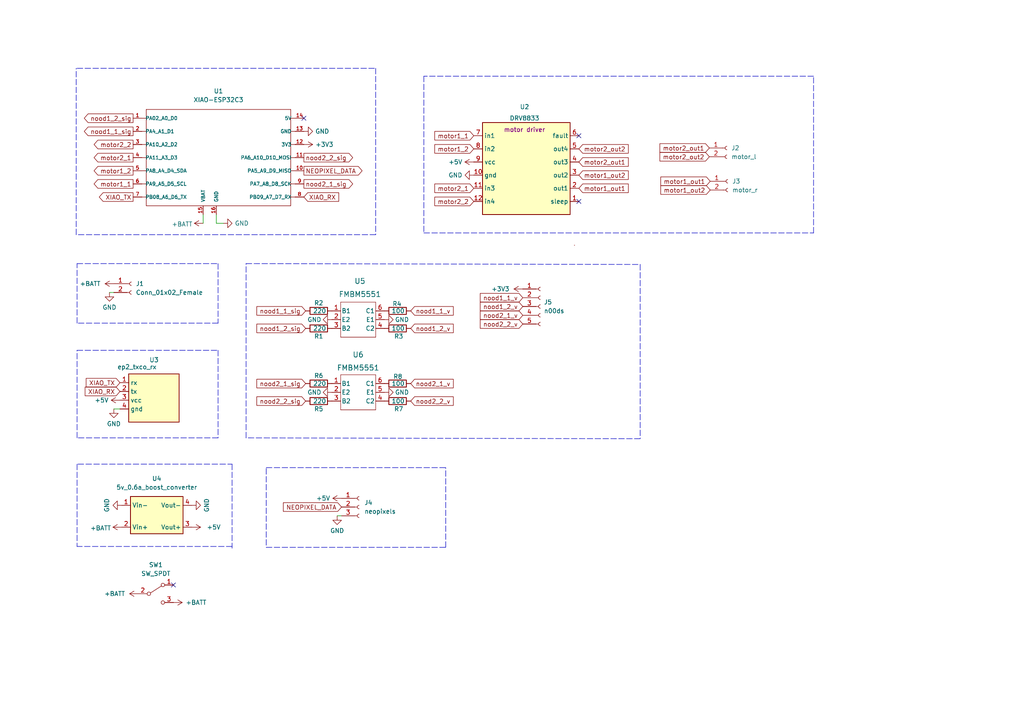
<source format=kicad_sch>
(kicad_sch (version 20211123) (generator eeschema)
  (paper "A4")
  (lib_symbols
    (symbol "Connector:Conn_01x02_Female" (pin_names (offset 1.016) hide)
      (property "Reference" "J" (at 0 2.54 0))
      (property "Value" "Conn_01x02_Female" (at 0 -5.08 0))
      (symbol "Conn_01x02_Female_1_1"
        (arc (start 0 -2.032) (mid -0.508 -2.54) (end 0 -3.048) (stroke (width 0.1524)))
        (polyline (pts (xy -1.27 -2.54) (xy -0.508 -2.54)) (stroke (width 0.1524)))
        (polyline (pts (xy -1.27 0) (xy -0.508 0)) (stroke (width 0.1524)))
        (arc (start 0 0.508) (mid -0.508 0) (end 0 -0.508) (stroke (width 0.1524)))
        (pin passive line (at -5.08 0 0) (length 3.81) (name "Pin_1") (number "1"))
        (pin passive line (at -5.08 -2.54 0) (length 3.81) (name "Pin_2") (number "2"))
      )
    )
    (symbol "Connector:Conn_01x03_Female" (pin_names (offset 1.016) hide)
      (property "Reference" "J" (at 0 5.08 0))
      (property "Value" "Conn_01x03_Female" (at 0 -5.08 0))
      (symbol "Conn_01x03_Female_1_1"
        (arc (start 0 -2.032) (mid -0.508 -2.54) (end 0 -3.048) (stroke (width 0.1524)))
        (polyline (pts (xy -1.27 -2.54) (xy -0.508 -2.54)) (stroke (width 0.1524)))
        (polyline (pts (xy -1.27 0) (xy -0.508 0)) (stroke (width 0.1524)))
        (polyline (pts (xy -1.27 2.54) (xy -0.508 2.54)) (stroke (width 0.1524)))
        (arc (start 0 0.508) (mid -0.508 0) (end 0 -0.508) (stroke (width 0.1524)))
        (arc (start 0 3.048) (mid -0.508 2.54) (end 0 2.032) (stroke (width 0.1524)))
        (pin passive line (at -5.08 2.54 0) (length 3.81) (name "Pin_1") (number "1"))
        (pin passive line (at -5.08 0 0) (length 3.81) (name "Pin_2") (number "2"))
        (pin passive line (at -5.08 -2.54 0) (length 3.81) (name "Pin_3") (number "3"))
      )
    )
    (symbol "Connector:Conn_01x05_Female" (pin_names (offset 1.016) hide)
      (property "Reference" "J" (at 0 7.62 0))
      (property "Value" "Conn_01x05_Female" (at 0 -7.62 0))
      (symbol "Conn_01x05_Female_1_1"
        (arc (start 0 -4.572) (mid -0.508 -5.08) (end 0 -5.588) (stroke (width 0.1524)))
        (arc (start 0 -2.032) (mid -0.508 -2.54) (end 0 -3.048) (stroke (width 0.1524)))
        (polyline (pts (xy -1.27 -5.08) (xy -0.508 -5.08)) (stroke (width 0.1524)))
        (polyline (pts (xy -1.27 -2.54) (xy -0.508 -2.54)) (stroke (width 0.1524)))
        (polyline (pts (xy -1.27 0) (xy -0.508 0)) (stroke (width 0.1524)))
        (polyline (pts (xy -1.27 2.54) (xy -0.508 2.54)) (stroke (width 0.1524)))
        (polyline (pts (xy -1.27 5.08) (xy -0.508 5.08)) (stroke (width 0.1524)))
        (arc (start 0 0.508) (mid -0.508 0) (end 0 -0.508) (stroke (width 0.1524)))
        (arc (start 0 3.048) (mid -0.508 2.54) (end 0 2.032) (stroke (width 0.1524)))
        (arc (start 0 5.588) (mid -0.508 5.08) (end 0 4.572) (stroke (width 0.1524)))
        (pin passive line (at -5.08 5.08 0) (length 3.81) (name "Pin_1") (number "1"))
        (pin passive line (at -5.08 2.54 0) (length 3.81) (name "Pin_2") (number "2"))
        (pin passive line (at -5.08 0 0) (length 3.81) (name "Pin_3") (number "3"))
        (pin passive line (at -5.08 -2.54 0) (length 3.81) (name "Pin_4") (number "4"))
        (pin passive line (at -5.08 -5.08 0) (length 3.81) (name "Pin_5") (number "5"))
      )
    )
    (symbol "Device:R" (pin_numbers hide) (pin_names (offset 0))
      (property "Reference" "R" (at 2.032 0 90))
      (property "Value" "R" (at 0 0 90))
      (symbol "R_0_1"
        (rectangle (start -1.016 -2.54) (end 1.016 2.54) (stroke (width 0.254)))
      )
      (symbol "R_1_1"
        (pin passive line (at 0 3.81 270) (length 1.27) (name "~") (number "1"))
        (pin passive line (at 0 -3.81 90) (length 1.27) (name "~") (number "2"))
      )
    )
    (symbol "FMBM5551_1" (pin_names (offset 0.254))
      (property "Reference" "U6" (at 0 4.572 0))
      (property "Value" "FMBM5551" (at 0 0.762 0))
      (symbol "FMBM5551_1_0_1"
        (polyline (pts (xy -5.08 -11.43) (xy 5.08 -11.43)) (fill (type background)))
        (polyline (pts (xy -5.08 -1.27) (xy -5.08 -11.43)) (stroke (width 0.127)))
        (polyline (pts (xy 5.08 -11.43) (xy 5.08 -1.27)) (stroke (width 0.127)))
        (polyline (pts (xy 5.08 -1.27) (xy -5.08 -1.27)) (stroke (width 0.127)))
        (pin bidirectional line (at -7.62 -3.81 0) (length 2.54) (name "B1") (number "1"))
        (pin power_in line (at -7.62 -6.35 0) (length 2.54) (name "E2") (number "2"))
        (pin bidirectional line (at -7.62 -8.89 0) (length 2.54) (name "B2") (number "3"))
        (pin bidirectional line (at 7.62 -8.89 180) (length 2.54) (name "C2") (number "4"))
        (pin power_in line (at 7.62 -6.35 180) (length 2.54) (name "E1") (number "5"))
        (pin bidirectional line (at 7.62 -3.81 180) (length 2.54) (name "C1") (number "6"))
      )
    )
    (symbol "Switch:SW_SPDT" (pin_names (offset 0) hide)
      (property "Reference" "SW" (at 0 4.318 0))
      (property "Value" "SW_SPDT" (at 0 -5.08 0))
      (symbol "SW_SPDT_0_0"
        (circle (center -2.032 0) (radius 0.508))
        (circle (center 2.032 -2.54) (radius 0.508))
      )
      (symbol "SW_SPDT_0_1"
        (polyline (pts (xy -1.524 0.254) (xy 1.651 2.286)))
        (circle (center 2.032 2.54) (radius 0.508))
      )
      (symbol "SW_SPDT_1_1"
        (pin passive line (at 5.08 2.54 180) (length 2.54) (name "A") (number "1"))
        (pin passive line (at -5.08 0 0) (length 2.54) (name "B") (number "2"))
        (pin passive line (at 5.08 -2.54 180) (length 2.54) (name "C") (number "3"))
      )
    )
    (symbol "haribo_kimchi_boards:5v_0.6a_boost_converter"
      (property "Reference" "U4" (at 0 3.302 0))
      (property "Value" "5v_0.6a_boost_converter" (at 0 0.762 0))
      (symbol "5v_0.6a_boost_converter_0_1"
        (rectangle (start -7.62 -1.905) (end 7.62 -12.7) (stroke (width 0.254)) (fill (type background)))
      )
      (symbol "5v_0.6a_boost_converter_1_1"
        (pin power_in line (at -10.16 -4.445 0) (length 2.54) (name "Vin-") (number "1"))
        (pin power_in line (at -10.16 -10.795 0) (length 2.54) (name "Vin+") (number "2"))
        (pin output line (at 10.16 -10.795 180) (length 2.54) (name "Vout+") (number "3"))
        (pin power_in line (at 10.16 -4.445 180) (length 2.54) (name "Vout-") (number "4"))
      )
    )
    (symbol "haribo_kimchi_boards:DRV8833_breakout"
      (property "Reference" "U2" (at 0 6.35 0))
      (property "Value" "DRV8833_breakout" (at 0.635 3.175 0))
      (symbol "DRV8833_breakout_0_0"
        (rectangle (start -13.97 6.35) (end -13.97 6.35))
        (rectangle (start -13.97 6.35) (end -13.97 6.35))
        (rectangle (start -13.97 6.35) (end -13.97 6.35))
      )
      (symbol "DRV8833_breakout_0_1"
        (rectangle (start -12.7 -2.54) (end 12.7 -29.21) (stroke (width 0.254)) (fill (type background)))
      )
      (symbol "DRV8833_breakout_1_1"
        (pin input line (at -15.24 -6.35 0) (length 2.54) (name "sleep") (number "1"))
        (pin power_in line (at 15.24 -13.97 180) (length 2.54) (name "gnd") (number "10"))
        (pin input line (at 15.24 -10.16 180) (length 2.54) (name "in3") (number "11"))
        (pin input line (at 15.24 -6.35 180) (length 2.54) (name "in4") (number "12"))
        (pin output line (at -15.24 -10.16 0) (length 2.54) (name "out1") (number "2"))
        (pin output line (at -15.24 -13.97 0) (length 2.54) (name "out2") (number "3"))
        (pin output line (at -15.24 -17.78 0) (length 2.54) (name "out3") (number "4"))
        (pin output line (at -15.24 -21.59 0) (length 2.54) (name "out4") (number "5"))
        (pin output line (at -15.24 -25.4 0) (length 2.54) (name "fault") (number "6"))
        (pin input line (at 15.24 -25.4 180) (length 2.54) (name "in1") (number "7"))
        (pin input line (at 15.24 -21.59 180) (length 2.54) (name "in2") (number "8"))
        (pin power_in line (at 15.24 -17.78 180) (length 2.54) (name "vcc") (number "9"))
      )
    )
    (symbol "haribo_kimchi_boards:happymodel_ep1_txco_rx"
      (property "Reference" "U3" (at -1.016 1.524 0))
      (property "Value" "happymodel_ep1_txco_rx" (at -10.287 -0.508 0))
      (symbol "happymodel_ep1_txco_rx_0_1"
        (rectangle (start -6.985 -2.54) (end 7.62 -16.51) (stroke (width 0.254)) (fill (type background)))
      )
      (symbol "happymodel_ep1_txco_rx_1_1"
        (pin input line (at -9.525 -5.08 0) (length 2.54) (name "rx") (number "1"))
        (pin output line (at -9.525 -7.62 0) (length 2.54) (name "tx") (number "2"))
        (pin power_in line (at -9.525 -10.16 0) (length 2.54) (name "vcc") (number "3"))
        (pin power_in line (at -9.525 -12.7 0) (length 2.54) (name "gnd") (number "4"))
      )
    )
    (symbol "onsemi_FMBM5551:FMBM5551" (pin_names (offset 0.254))
      (property "Reference" "U5" (at 0.508 4.826 0))
      (property "Value" "FMBM5551" (at 0.508 1.016 0))
      (symbol "FMBM5551_0_1"
        (polyline (pts (xy -5.08 -11.43) (xy 5.08 -11.43)) (fill (type background)))
        (polyline (pts (xy -5.08 -1.27) (xy -5.08 -11.43)) (stroke (width 0.127)))
        (polyline (pts (xy 5.08 -11.43) (xy 5.08 -1.27)) (stroke (width 0.127)))
        (polyline (pts (xy 5.08 -1.27) (xy -5.08 -1.27)) (stroke (width 0.127)))
        (pin bidirectional line (at -7.62 -3.81 0) (length 2.54) (name "B1") (number "1"))
        (pin power_in line (at -7.62 -6.35 0) (length 2.54) (name "E2") (number "2"))
        (pin bidirectional line (at -7.62 -8.89 0) (length 2.54) (name "B2") (number "3"))
        (pin bidirectional line (at 7.62 -8.89 180) (length 2.54) (name "C2") (number "4"))
        (pin power_in line (at 7.62 -6.35 180) (length 2.54) (name "E1") (number "5"))
        (pin bidirectional line (at 7.62 -3.81 180) (length 2.54) (name "C1") (number "6"))
      )
    )
    (symbol "power:+3.3V" (power) (pin_names (offset 0))
      (property "Value" "+3.3V" (at 0 3.556 0))
      (symbol "+3.3V_0_1"
        (polyline (pts (xy -0.762 1.27) (xy 0 2.54)))
        (polyline (pts (xy 0 0) (xy 0 2.54)))
        (polyline (pts (xy 0 2.54) (xy 0.762 1.27)))
      )
      (symbol "+3.3V_1_1"
        (pin power_in line (at 0 0 90) (length 0) hide (name "+3V3") (number "1"))
      )
    )
    (symbol "power:+5V" (power) (pin_names (offset 0))
      (property "Value" "+5V" (at 0 3.556 0))
      (symbol "+5V_0_1"
        (polyline (pts (xy -0.762 1.27) (xy 0 2.54)))
        (polyline (pts (xy 0 0) (xy 0 2.54)))
        (polyline (pts (xy 0 2.54) (xy 0.762 1.27)))
      )
      (symbol "+5V_1_1"
        (pin power_in line (at 0 0 90) (length 0) hide (name "+5V") (number "1"))
      )
    )
    (symbol "power:+BATT" (power) (pin_names (offset 0))
      (property "Value" "+BATT" (at 0 3.556 0))
      (symbol "+BATT_0_1"
        (polyline (pts (xy -0.762 1.27) (xy 0 2.54)))
        (polyline (pts (xy 0 0) (xy 0 2.54)))
        (polyline (pts (xy 0 2.54) (xy 0.762 1.27)))
      )
      (symbol "+BATT_1_1"
        (pin power_in line (at 0 0 90) (length 0) hide (name "+BATT") (number "1"))
      )
    )
    (symbol "power:GND" (power) (pin_names (offset 0))
      (property "Value" "GND" (at 0 -3.81 0))
      (symbol "GND_0_1"
        (polyline (pts (xy 0 0) (xy 0 -1.27) (xy 1.27 -1.27) (xy 0 -2.54) (xy -1.27 -1.27) (xy 0 -1.27)))
      )
      (symbol "GND_1_1"
        (pin power_in line (at 0 0 270) (length 0) hide (name "GND") (number "1"))
      )
    )
    (symbol "xiao esp32c3:MOUDLE-SEEEDUINO-XIAO-ESP32C3" (pin_names (offset 1.016))
      (property "Reference" "U" (at -0.635 19.05 0))
      (property "Value" "MOUDLE-SEEEDUINO-XIAO-ESP32C3" (at -18.415 14.605 0))
      (symbol "MOUDLE-SEEEDUINO-XIAO-ESP32C3_0_0"
        (polyline (pts (xy -21.59 -13.97) (xy -21.59 0)) (stroke (width 0.1524)))
        (polyline (pts (xy -21.59 -11.43) (xy -22.86 -11.43)) (stroke (width 0.1524)))
        (polyline (pts (xy -21.59 -7.62) (xy -22.86 -7.62)) (stroke (width 0.1524)))
        (polyline (pts (xy -21.59 -3.81) (xy -22.86 -3.81)) (stroke (width 0.1524)))
        (polyline (pts (xy -21.59 0) (xy -22.86 0)) (stroke (width 0.1524)))
        (polyline (pts (xy -21.59 0) (xy -21.59 3.81)) (stroke (width 0.1524)))
        (polyline (pts (xy -21.59 3.81) (xy -22.86 3.81)) (stroke (width 0.1524)))
        (polyline (pts (xy -21.59 3.81) (xy -21.59 7.62)) (stroke (width 0.1524)))
        (polyline (pts (xy -21.59 7.62) (xy -22.86 7.62)) (stroke (width 0.1524)))
        (polyline (pts (xy -21.59 7.62) (xy -21.59 11.43)) (stroke (width 0.1524)))
        (polyline (pts (xy -21.59 11.43) (xy -22.86 11.43)) (stroke (width 0.1524)))
        (polyline (pts (xy -21.59 11.43) (xy -21.59 13.97)) (stroke (width 0.1524)))
        (polyline (pts (xy -21.59 13.97) (xy 20.32 13.97)) (stroke (width 0.1524)))
        (polyline (pts (xy 20.32 -13.97) (xy -21.59 -13.97)) (stroke (width 0.1524)))
        (polyline (pts (xy 20.32 3.81) (xy 20.32 -13.97)) (stroke (width 0.1524)))
        (polyline (pts (xy 20.32 7.62) (xy 20.32 3.81)) (stroke (width 0.1524)))
        (polyline (pts (xy 20.32 11.43) (xy 20.32 7.62)) (stroke (width 0.1524)))
        (polyline (pts (xy 20.32 13.97) (xy 20.32 11.43)) (stroke (width 0.1524)))
        (polyline (pts (xy 21.59 -11.43) (xy 20.32 -11.43)) (stroke (width 0.1524)))
        (polyline (pts (xy 21.59 -7.62) (xy 20.32 -7.62)) (stroke (width 0.1524)))
        (polyline (pts (xy 21.59 -3.81) (xy 20.32 -3.81)) (stroke (width 0.1524)))
        (polyline (pts (xy 21.59 0) (xy 20.32 0)) (stroke (width 0.1524)))
        (polyline (pts (xy 21.59 3.81) (xy 20.32 3.81)) (stroke (width 0.1524)))
        (polyline (pts (xy 21.59 7.62) (xy 20.32 7.62)) (stroke (width 0.1524)))
        (polyline (pts (xy 21.59 11.43) (xy 20.32 11.43)) (stroke (width 0.1524)))
        (pin bidirectional line (at -25.4 11.43 0) (length 2.54) (name "PA02_A0_D0") (number "1"))
        (pin bidirectional line (at 24.13 -3.81 180) (length 2.54) (name "PA5_A9_D9_MISO") (number "10"))
        (pin bidirectional line (at 24.13 0 180) (length 2.54) (name "PA6_A10_D10_MOSI") (number "11"))
        (pin power_out line (at 24.13 3.81 180) (length 2.54) (name "3V3") (number "12"))
        (pin power_in line (at 24.13 7.62 180) (length 2.54) (name "GND") (number "13"))
        (pin power_out line (at 24.13 11.43 180) (length 2.54) (name "5V") (number "14"))
        (pin power_in line (at -5.08 -16.51 90) (length 2.54) (name "VBAT") (number "15"))
        (pin power_in line (at -1.27 -16.51 90) (length 2.54) (name "GND") (number "16"))
        (pin bidirectional line (at -25.4 7.62 0) (length 2.54) (name "PA4_A1_D1") (number "2"))
        (pin bidirectional line (at -25.4 3.81 0) (length 2.54) (name "PA10_A2_D2") (number "3"))
        (pin bidirectional line (at -25.4 0 0) (length 2.54) (name "PA11_A3_D3") (number "4"))
        (pin bidirectional line (at -25.4 -3.81 0) (length 2.54) (name "PA8_A4_D4_SDA") (number "5"))
        (pin bidirectional line (at -25.4 -7.62 0) (length 2.54) (name "PA9_A5_D5_SCL") (number "6"))
        (pin bidirectional line (at -25.4 -11.43 0) (length 2.54) (name "PB08_A6_D6_TX") (number "7"))
        (pin bidirectional line (at 24.13 -11.43 180) (length 2.54) (name "PB09_A7_D7_RX") (number "8"))
        (pin bidirectional line (at 24.13 -7.62 180) (length 2.54) (name "PA7_A8_D8_SCK") (number "9"))
      )
    )
  )
  (no_connect (at 50.292 169.672))
  (no_connect (at 167.894 39.37))
  (no_connect (at 167.894 58.42))
  (no_connect (at 88.138 34.29))
  (polyline (pts (xy 22.352 127) (xy 22.352 101.6)))
  (polyline (pts (xy 22.606 134.62) (xy 67.31 134.62)))
  (polyline (pts (xy 71.374 127) (xy 71.374 76.454)))
  (polyline (pts (xy 235.966 67.564) (xy 235.966 22.098)))
  (polyline (pts (xy 77.216 158.75) (xy 129.286 158.75)))
  (polyline (pts (xy 235.966 22.098) (xy 122.936 22.098)))
  (wire (pts (xy 33.02 118.618) (xy 34.798 118.618)))
  (polyline (pts (xy 22.352 101.6) (xy 63.246 101.6)))
  (polyline (pts (xy 67.31 134.62) (xy 67.31 159.004)))
  (wire (pts (xy 31.75 84.836) (xy 33.02 84.836)))
  (polyline (pts (xy 63.246 76.454) (xy 63.246 93.726)))
  (polyline (pts (xy 108.966 19.812) (xy 108.966 68.072)))
  (polyline (pts (xy 22.352 93.726) (xy 22.352 76.454)))
  (wire (pts (xy 58.928 64.77) (xy 58.928 62.23)))
  (polyline (pts (xy 63.246 101.6) (xy 63.246 127)))
  (polyline (pts (xy 77.216 135.89) (xy 77.216 158.75)))
  (polyline (pts (xy 129.286 158.75) (xy 129.286 135.636)))
  (wire (pts (xy 97.79 149.606) (xy 99.06 149.606)))
  (wire (pts (xy 62.738 64.77) (xy 62.738 62.23)))
  (polyline (pts (xy 22.352 19.812) (xy 108.966 19.812)))
  (wire (pts (xy 64.77 64.77) (xy 62.738 64.77)))
  (polyline (pts (xy 71.374 76.454) (xy 185.674 76.708)))
  (polyline (pts (xy 22.352 76.454) (xy 63.246 76.454)))
  (polyline (pts (xy 122.936 22.098) (xy 122.936 67.564)))
  (polyline (pts (xy 185.674 76.708) (xy 185.674 127.254)))
  (polyline (pts (xy 122.936 67.564) (xy 235.966 67.564)))
  (polyline (pts (xy 108.966 68.072) (xy 22.098 68.072)))
  (polyline (pts (xy 77.216 135.636) (xy 129.286 135.636)))
  (polyline (pts (xy 22.098 68.072) (xy 22.098 19.812)))
  (polyline (pts (xy 63.246 93.726) (xy 22.352 93.726)))
  (polyline (pts (xy 63.246 127) (xy 22.352 127)))
  (polyline (pts (xy 22.352 134.62) (xy 22.352 158.496)))
  (polyline (pts (xy 67.31 158.496) (xy 22.352 158.496)))
  (polyline (pts (xy 185.674 127.254) (xy 71.374 127)))
  (global_label "motor1_2" (shape input) (at 137.414 43.18 180) (property "Intersheet References" "${INTERSHEET_REFS}" (effects hide)))
  (global_label "nood1_1_sig" (shape output) (at 38.608 38.1 180) (property "Intersheet References" "${INTERSHEET_REFS}" (effects hide)))
  (global_label "nood1_1_v" (shape input) (at 119.126 90.17 0) (property "Intersheet References" "${INTERSHEET_REFS}" (effects hide)))
  (global_label "motor1_out1" (shape input) (at 167.894 54.61 0) (property "Intersheet References" "${INTERSHEET_REFS}" (effects hide)))
  (global_label "nood2_2_sig" (shape input) (at 88.646 116.332 180) (property "Intersheet References" "${INTERSHEET_REFS}" (effects hide)))
  (global_label "nood1_1_sig" (shape input) (at 88.646 90.17 180) (property "Intersheet References" "${INTERSHEET_REFS}" (effects hide)))
  (global_label "motor2_2" (shape output) (at 38.608 41.91 180) (property "Intersheet References" "${INTERSHEET_REFS}" (effects hide)))
  (global_label "nood2_1_v" (shape input) (at 151.638 91.44 180) (property "Intersheet References" "${INTERSHEET_REFS}" (effects hide)))
  (global_label "motor2_1" (shape input) (at 137.414 54.61 180) (property "Intersheet References" "${INTERSHEET_REFS}" (effects hide)))
  (global_label "motor2_out2" (shape input) (at 205.74 45.466 180) (property "Intersheet References" "${INTERSHEET_REFS}" (effects hide)))
  (global_label "motor2_2" (shape input) (at 137.414 58.42 180) (property "Intersheet References" "${INTERSHEET_REFS}" (effects hide)))
  (global_label "XIAO_TX" (shape input) (at 34.798 110.998 180) (property "Intersheet References" "${INTERSHEET_REFS}" (effects hide)))
  (global_label "nood1_2_v" (shape input) (at 119.126 95.25 0) (property "Intersheet References" "${INTERSHEET_REFS}" (effects hide)))
  (global_label "XIAO_RX" (shape input) (at 34.798 113.538 180) (property "Intersheet References" "${INTERSHEET_REFS}" (effects hide)))
  (global_label "NEOPIXEL_DATA" (shape output) (at 88.138 49.53 0) (property "Intersheet References" "${INTERSHEET_REFS}" (effects hide)))
  (global_label "nood1_2_v" (shape input) (at 151.638 88.9 180) (property "Intersheet References" "${INTERSHEET_REFS}" (effects hide)))
  (global_label "nood2_1_sig" (shape output) (at 88.138 53.34 0) (property "Intersheet References" "${INTERSHEET_REFS}" (effects hide)))
  (global_label "motor1_out2" (shape input) (at 205.994 55.118 180) (property "Intersheet References" "${INTERSHEET_REFS}" (effects hide)))
  (global_label "nood1_2_sig" (shape output) (at 38.608 34.29 180) (property "Intersheet References" "${INTERSHEET_REFS}" (effects hide)))
  (global_label "motor1_2" (shape output) (at 38.608 49.53 180) (property "Intersheet References" "${INTERSHEET_REFS}" (effects hide)))
  (global_label "motor1_1" (shape output) (at 38.608 53.34 180) (property "Intersheet References" "${INTERSHEET_REFS}" (effects hide)))
  (global_label "motor1_1" (shape input) (at 137.414 39.37 180) (property "Intersheet References" "${INTERSHEET_REFS}" (effects hide)))
  (global_label "nood2_2_v" (shape input) (at 151.638 93.98 180) (property "Intersheet References" "${INTERSHEET_REFS}" (effects hide)))
  (global_label "motor1_out2" (shape input) (at 167.894 50.8 0) (property "Intersheet References" "${INTERSHEET_REFS}" (effects hide)))
  (global_label "motor2_out2" (shape input) (at 167.894 43.18 0) (property "Intersheet References" "${INTERSHEET_REFS}" (effects hide)))
  (global_label "motor1_out1" (shape input) (at 205.994 52.578 180) (property "Intersheet References" "${INTERSHEET_REFS}" (effects hide)))
  (global_label "nood2_1_sig" (shape input) (at 88.646 111.252 180) (property "Intersheet References" "${INTERSHEET_REFS}" (effects hide)))
  (global_label "nood1_2_sig" (shape input) (at 88.646 95.25 180) (property "Intersheet References" "${INTERSHEET_REFS}" (effects hide)))
  (global_label "nood1_1_v" (shape input) (at 151.638 86.36 180) (property "Intersheet References" "${INTERSHEET_REFS}" (effects hide)))
  (global_label "motor2_1" (shape output) (at 38.608 45.72 180) (property "Intersheet References" "${INTERSHEET_REFS}" (effects hide)))
  (global_label "motor2_out1" (shape input) (at 205.74 42.926 180) (property "Intersheet References" "${INTERSHEET_REFS}" (effects hide)))
  (global_label "motor2_out1" (shape input) (at 167.894 46.99 0) (property "Intersheet References" "${INTERSHEET_REFS}" (effects hide)))
  (global_label "nood2_2_sig" (shape output) (at 88.138 45.72 0) (property "Intersheet References" "${INTERSHEET_REFS}" (effects hide)))
  (global_label "nood2_1_v" (shape input) (at 119.126 111.252 0) (property "Intersheet References" "${INTERSHEET_REFS}" (effects hide)))
  (global_label "XIAO_RX" (shape input) (at 88.138 57.15 0) (property "Intersheet References" "${INTERSHEET_REFS}" (effects hide)))
  (global_label "NEOPIXEL_DATA" (shape input) (at 99.06 147.066 180) (property "Intersheet References" "${INTERSHEET_REFS}" (effects hide)))
  (global_label "nood2_2_v" (shape input) (at 119.126 116.332 0) (property "Intersheet References" "${INTERSHEET_REFS}" (effects hide)))
  (global_label "XIAO_TX" (shape output) (at 38.608 57.15 180) (property "Intersheet References" "${INTERSHEET_REFS}" (effects hide)))
  (symbol (lib_id "power:+BATT") (at 50.292 174.752 270) (unit 1)
    (property "Reference" "#PWR06" (effects hide))
    (property "Value" "+BATT" (at 53.848 174.7519 90) (effects (justify left)))
  )
  (symbol (lib_id "power:+5V") (at 55.626 152.908 270) (unit 1)
    (property "Reference" "#PWR0115" (effects hide))
    (property "Value" "+5V" (at 59.944 152.9079 90) (effects (justify left)))
  )
  (symbol (lib_id "power:GND") (at 33.02 118.618 0) (unit 1)
    (property "Reference" "#PWR0105" (effects hide))
    (property "Value" "GND" (at 33.02 122.936 0))
  )
  (symbol (lib_id "power:+BATT") (at 40.132 172.212 90) (unit 1)
    (property "Reference" "#PWR05" (effects hide))
    (property "Value" "+BATT" (at 36.322 172.2119 90) (effects (justify left)))
  )
  (symbol (lib_id "power:GND") (at 96.266 113.792 270) (unit 1)
    (property "Reference" "#PWR03" (effects hide))
    (property "Value" "GND" (at 91.186 113.792 90))
  )
  (symbol (lib_id "haribo_kimchi_boards:5v_0.6a_boost_converter") (at 45.466 142.113 0) (unit 1)
    (property "Reference" "U4" (at 45.466 138.811 0))
    (property "Value" "5v_0.6a_boost_converter" (at 45.466 141.351 0))
    (property "Footprint" "haribo_kimchi_boards:5v_0.6a_boost_converter" (effects hide))
    (property "Datasheet" "https://www.tinytronics.nl/shop/en/power/voltage-converters/buck-boost-(step-up-down)-converters/dc-dc-step-up-down-buck-boost-converter-0.6a-5v-output" (effects hide))
  )
  (symbol (lib_id "power:+5V") (at 137.414 46.99 90) (unit 1)
    (property "Reference" "#PWR0114" (effects hide))
    (property "Value" "+5V" (at 130.048 46.99 90) (effects (justify right)))
  )
  (symbol (lib_id "onsemi_FMBM5551:FMBM5551") (at 103.886 86.36 0) (unit 1)
    (property "Reference" "U5" (at 104.394 81.534 0) (effects (font (size 1.524 1.524))))
    (property "Value" "FMBM5551" (at 104.394 85.344 0) (effects (font (size 1.524 1.524))))
    (property "Footprint" "haribo_kimchi_extra_footprints:SSOT6_3X1P7_ONS" (effects hide))
    (property "Datasheet" "FMBM5551" (effects hide))
    (property "Vendor" "C462753" (effects hide))
  )
  (symbol (lib_id "Device:R") (at 92.456 90.17 90) (unit 1)
    (property "Reference" "R2" (at 92.456 87.884 90))
    (property "Value" "220" (at 92.71 90.17 90))
    (property "Footprint" "Resistor_SMD:R_0603_1608Metric_Pad0.98x0.95mm_HandSolder" (effects hide))
    (property "Vendor" "C22962" (effects hide))
  )
  (symbol (lib_id "power:GND") (at 111.506 113.792 90) (unit 1)
    (property "Reference" "#PWR04" (effects hide))
    (property "Value" "GND" (at 116.586 113.792 90))
  )
  (symbol (lib_id "Device:R") (at 92.456 111.252 90) (unit 1)
    (property "Reference" "R6" (at 92.456 108.966 90))
    (property "Value" "220" (at 92.71 111.252 90))
    (property "Footprint" "Resistor_SMD:R_0603_1608Metric_Pad0.98x0.95mm_HandSolder" (effects hide))
    (property "Vendor" "C22962" (effects hide))
  )
  (symbol (lib_id "power:+BATT") (at 35.306 152.908 90) (unit 1)
    (property "Reference" "#PWR0111" (effects hide))
    (property "Value" "+BATT" (at 26.162 153.162 90) (effects (justify right)))
  )
  (symbol (lib_id "haribo_kimchi_boards:DRV8833_breakout") (at 152.654 64.77 180) (unit 1)
    (property "Reference" "U2" (at 152.146 30.988 0))
    (property "Value" "DRV8833" (at 152.146 34.29 0))
    (property "Footprint" "haribo_kimchi_boards:drv8833_breakout" (effects hide))
    (property "Datasheet" "https://components101.com/modules/drv8833-dual-h-bridge-motor-driver-module" (effects hide))
    (property "Field4" "motor driver" (at 152.146 37.592 0))
  )
  (symbol (lib_id "power:+3.3V") (at 88.138 41.91 270) (unit 1)
    (property "Reference" "#PWR0112" (effects hide))
    (property "Value" "+3.3V" (at 91.44 41.9099 90) (effects (justify left)))
  )
  (symbol (lib_id "xiao esp32c3:MOUDLE-SEEEDUINO-XIAO-ESP32C3") (at 64.008 45.72 0) (unit 1)
    (property "Reference" "U1" (at 63.373 26.416 0))
    (property "Value" "XIAO-ESP32C3" (at 63.373 28.956 0))
    (property "Footprint" "xiao esp32c3:MOUDLE14P-SMD-2.54-21X17.8MM" (effects hide))
  )
  (symbol (lib_id "Device:R") (at 115.316 95.25 90) (unit 1)
    (property "Reference" "R3" (at 114.3 97.536 90) (effects (justify right)))
    (property "Value" "100" (at 113.538 95.25 90) (effects (justify right)))
    (property "Footprint" "Resistor_SMD:R_0603_1608Metric_Pad0.98x0.95mm_HandSolder" (effects hide))
    (property "Vendor" "C22775" (effects hide))
  )
  (symbol (lib_id "Device:R") (at 115.316 90.17 90) (unit 1)
    (property "Reference" "R4" (at 113.792 88.138 90) (effects (justify right)))
    (property "Value" "100" (at 113.538 90.17 90) (effects (justify right)))
    (property "Footprint" "Resistor_SMD:R_0603_1608Metric_Pad0.98x0.95mm_HandSolder" (effects hide))
    (property "Vendor" "C22775" (effects hide))
  )
  (symbol (lib_id "Switch:SW_SPDT") (at 45.212 172.212 0) (unit 1)
    (property "Reference" "SW1" (at 45.212 163.83 0))
    (property "Value" "SW_SPDT" (at 45.212 166.37 0))
    (property "Footprint" "haribo_kimchi_extra_footprints:rs_spdt_th_400ma_switch" (effects hide))
  )
  (symbol (lib_id "power:GND") (at 31.75 84.836 0) (unit 1)
    (property "Reference" "#PWR0106" (effects hide))
    (property "Value" "GND" (at 31.75 89.154 0))
  )
  (symbol (lib_id "power:GND") (at 35.306 146.558 270) (unit 1)
    (property "Reference" "#PWR0104" (effects hide))
    (property "Value" "GND" (at 30.988 146.558 0))
  )
  (symbol (lib_id "power:+BATT") (at 58.928 64.77 90) (unit 1)
    (property "Reference" "#PWR0110" (effects hide))
    (property "Value" "+BATT" (at 49.784 65.024 90) (effects (justify right)))
  )
  (symbol (lib_id "power:+5V") (at 99.06 144.526 90) (unit 1)
    (property "Reference" "#PWR0117" (effects hide))
    (property "Value" "+5V" (at 91.694 144.526 90) (effects (justify right)))
  )
  (symbol (lib_id "power:GND") (at 137.414 50.8 270) (unit 1)
    (property "Reference" "#PWR0101" (effects hide))
    (property "Value" "GND" (at 130.048 50.8 90) (effects (justify left)))
  )
  (symbol (lib_id "Device:R") (at 115.316 111.252 90) (unit 1)
    (property "Reference" "R8" (at 114.046 109.22 90) (effects (justify right)))
    (property "Value" "100" (at 113.538 111.252 90) (effects (justify right)))
    (property "Footprint" "Resistor_SMD:R_0603_1608Metric_Pad0.98x0.95mm_HandSolder" (effects hide))
    (property "Vendor" "C22775" (effects hide))
  )
  (symbol (lib_id "Connector:Conn_01x02_Female") (at 38.1 82.296 0) (unit 1)
    (property "Reference" "J1" (at 39.37 82.2959 0) (effects (justify left)))
    (property "Value" "Conn_01x02_Female" (at 39.37 84.8359 0) (effects (justify left)))
    (property "Footprint" "Connector_JST:JST_PH_S2B-PH-K_1x02_P2.00mm_Horizontal" (effects hide))
  )
  (symbol (lib_id "power:+3.3V") (at 151.638 83.82 90) (unit 1)
    (property "Reference" "#PWR0113" (effects hide))
    (property "Value" "+3.3V" (at 142.494 83.82 90) (effects (justify right)))
  )
  (symbol (lib_id "power:GND") (at 88.138 38.1 90) (unit 1)
    (property "Reference" "#PWR0108" (effects hide))
    (property "Value" "GND" (at 95.504 38.1 90) (effects (justify left)))
  )
  (symbol (lib_id "power:GND") (at 111.506 92.71 90) (unit 1)
    (property "Reference" "#PWR02" (effects hide))
    (property "Value" "GND" (at 116.586 92.71 90))
  )
  (symbol (lib_id "Connector:Conn_01x05_Female") (at 156.718 88.9 0) (unit 1)
    (property "Reference" "J5" (at 157.734 87.6299 0) (effects (justify left)))
    (property "Value" "n00ds" (at 157.734 90.1699 0) (effects (justify left)))
    (property "Footprint" "haribo_kimchi_boards:smd_solder_pads_1x05_n00ds_2.54mm" (effects hide))
  )
  (symbol (lib_id "power:GND") (at 96.266 92.71 270) (unit 1)
    (property "Reference" "#PWR01" (effects hide))
    (property "Value" "GND" (at 91.186 92.71 90))
  )
  (symbol (lib_id "Connector:Conn_01x03_Female") (at 104.14 147.066 0) (unit 1)
    (property "Reference" "J4" (at 105.664 145.7959 0) (effects (justify left)))
    (property "Value" "neopixels" (at 105.664 148.3359 0) (effects (justify left)))
    (property "Footprint" "haribo_kimchi_boards:smd_solder_pads_1x03_2.54mm" (effects hide))
  )
  (symbol (lib_id "Connector:Conn_01x02_Female") (at 211.074 52.578 0) (unit 1)
    (property "Reference" "J3" (at 212.344 52.5779 0) (effects (justify left)))
    (property "Value" "motor_r" (at 212.344 55.1179 0) (effects (justify left)))
    (property "Footprint" "haribo_kimchi_boards:smd_solder_pads_1x02_2.54mm" (effects hide))
  )
  (symbol (lib_id "power:+5V") (at 34.798 116.078 90) (unit 1)
    (property "Reference" "#PWR0116" (effects hide))
    (property "Value" "+5V" (at 27.432 116.078 90) (effects (justify right)))
  )
  (symbol (lib_id "haribo_kimchi_boards:happymodel_ep1_txco_rx") (at 44.323 105.918 0) (unit 1)
    (property "Reference" "U3" (at 43.307 104.394 0) (effects (justify left)))
    (property "Value" "ep2_txco_rx" (at 34.036 106.426 0) (effects (justify left)))
    (property "Footprint" "haribo_kimchi_boards:happymodel_ep2_txco_rx" (effects hide))
    (property "Datasheet" "https://www.happymodel.cn/index.php/2022/11/07/2-4g-elrs-ep1-ep2-ep1dual-tcxo-receiver/" (effects hide))
  )
  (symbol (lib_id "power:GND") (at 97.79 149.606 0) (unit 1)
    (property "Reference" "#PWR0102" (effects hide))
    (property "Value" "GND" (at 97.79 153.924 0))
  )
  (symbol (lib_id "power:GND") (at 55.626 146.558 90) (unit 1)
    (property "Reference" "#PWR0103" (effects hide))
    (property "Value" "GND" (at 59.944 146.558 0))
  )
  (symbol (lib_id "Device:R") (at 92.456 116.332 90) (unit 1)
    (property "Reference" "R5" (at 92.456 118.618 90))
    (property "Value" "220" (at 92.71 116.332 90))
    (property "Footprint" "Resistor_SMD:R_0603_1608Metric_Pad0.98x0.95mm_HandSolder" (effects hide))
    (property "Vendor" "C22962" (effects hide))
  )
  (symbol (lib_id "power:+BATT") (at 33.02 82.296 90) (unit 1)
    (property "Reference" "#PWR0109" (effects hide))
    (property "Value" "+BATT" (at 29.21 82.2959 90) (effects (justify left)))
  )
  (symbol (lib_id "Connector:Conn_01x02_Female") (at 210.82 42.926 0) (unit 1)
    (property "Reference" "J2" (at 212.09 42.9259 0) (effects (justify left)))
    (property "Value" "motor_l" (at 212.09 45.4659 0) (effects (justify left)))
    (property "Footprint" "haribo_kimchi_boards:smd_solder_pads_1x02_2.54mm" (effects hide))
  )
  (symbol (lib_id "Device:R") (at 115.316 116.332 90) (unit 1)
    (property "Reference" "R7" (at 114.3 118.618 90) (effects (justify right)))
    (property "Value" "100" (at 113.538 116.332 90) (effects (justify right)))
    (property "Footprint" "Resistor_SMD:R_0603_1608Metric_Pad0.98x0.95mm_HandSolder" (effects hide))
    (property "Vendor" "C22775" (effects hide))
  )
  (symbol (lib_name "FMBM5551_1") (lib_id "onsemi_FMBM5551:FMBM5551") (at 103.886 107.442 0) (unit 1)
    (property "Reference" "U6" (at 103.886 102.87 0) (effects (font (size 1.524 1.524))))
    (property "Value" "FMBM5551" (at 103.886 106.68 0) (effects (font (size 1.524 1.524))))
    (property "Footprint" "haribo_kimchi_extra_footprints:SSOT6_3X1P7_ONS" (effects hide))
    (property "Datasheet" "FMBM5551" (effects hide))
    (property "Vendor" "C462753" (effects hide))
  )
  (symbol (lib_id "power:GND") (at 64.77 64.77 90) (unit 1)
    (property "Reference" "#PWR0107" (effects hide))
    (property "Value" "GND" (at 68.072 64.7699 90) (effects (justify right)))
  )
  (symbol (lib_id "Device:R") (at 92.456 95.25 90) (unit 1)
    (property "Reference" "R1" (at 92.456 97.536 90))
    (property "Value" "220" (at 92.71 95.25 90))
    (property "Footprint" "Resistor_SMD:R_0603_1608Metric_Pad0.98x0.95mm_HandSolder" (effects hide))
    (property "Vendor" "C22962" (effects hide))
  )
)
</source>
